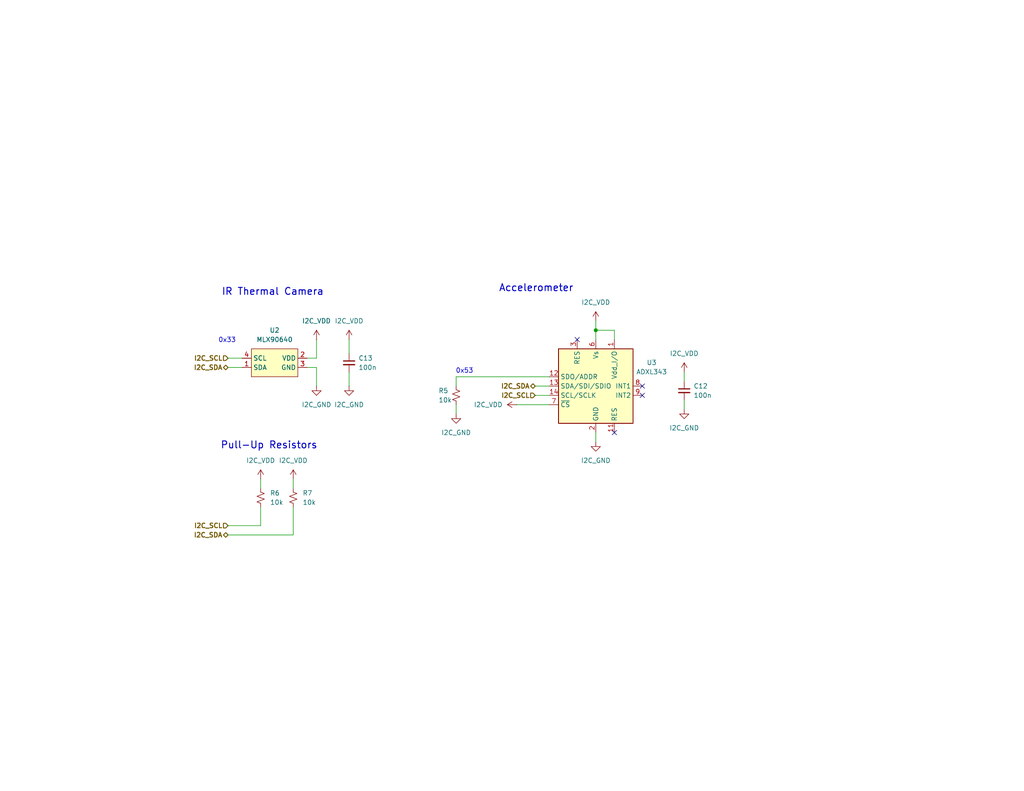
<source format=kicad_sch>
(kicad_sch (version 20250114) (generator "eeschema") (generator_version "9.0")
  (paper "USLetter")
  (title_block (title "Sensors") (rev "1.0"))
  (lib_symbols
    (symbol "Device:C_Small" (pin_numbers (hide yes)) (pin_names (offset 0.254) (hide yes))
      (property "Reference" "C" (at 0.254 1.778 0))
      (property "Value" "C_Small" (at 0.254 -2.032 0))
      (symbol "C_Small_0_1"
        (polyline (pts (xy -1.524 0.508) (xy 1.524 0.508)) (stroke (width 0.3048)))
        (polyline (pts (xy -1.524 -0.508) (xy 1.524 -0.508)) (stroke (width 0.3302)))
      )
      (symbol "C_Small_1_1"
        (pin passive line (at 0 2.54 270) (length 2.032) (name "~") (number "1"))
        (pin passive line (at 0 -2.54 90) (length 2.032) (name "~") (number "2"))
      )
    )
    (symbol "Device:R_Small_US" (pin_numbers (hide yes)) (pin_names (offset 0.254) (hide yes))
      (property "Reference" "R" (at 0.762 0.508 0))
      (property "Value" "R_Small_US" (at 0.762 -1.016 0))
      (symbol "R_Small_US_1_1"
        (polyline (pts (xy 0 1.524) (xy 1.016 1.143) (xy 0 0.762) (xy -1.016 0.381) (xy 0 0)))
        (polyline (pts (xy 0 0) (xy 1.016 -0.381) (xy 0 -0.762) (xy -1.016 -1.143) (xy 0 -1.524)))
        (pin passive line (at 0 2.54 270) (length 1.016) (name "~") (number "1"))
        (pin passive line (at 0 -2.54 90) (length 1.016) (name "~") (number "2"))
      )
    )
    (symbol "Sensor_Motion:ADXL343"
      (property "Reference" "U" (at -8.89 11.43 0))
      (property "Value" "ADXL343" (at -7.62 -11.43 0))
      (symbol "ADXL343_0_1"
        (rectangle (start -10.16 10.16) (end 10.16 -10.16) (stroke (width 0.254)) (fill (type background)))
      )
      (symbol "ADXL343_1_1"
        (pin bidirectional line (at -12.7 2.54 0) (length 2.54) (name "SDO/ADDR") (number "12"))
        (pin bidirectional line (at -12.7 0 0) (length 2.54) (name "SDA/SDI/SDIO") (number "13"))
        (pin input line (at -12.7 -2.54 0) (length 2.54) (name "SCL/SCLK") (number "14"))
        (pin input line (at -12.7 -5.08 0) (length 2.54) (name "~{CS}") (number "7"))
        (pin passive line (at -5.08 12.7 270) (length 2.54) (name "RES") (number "3"))
        (pin no_connect line (at -5.08 -10.16 90) (length 2.54) (hide yes) (name "NC") (number "10"))
        (pin power_in line (at 0 12.7 270) (length 2.54) (name "Vs") (number "6"))
        (pin power_in line (at 0 -12.7 90) (length 2.54) (name "GND") (number "2"))
        (pin passive line (at 0 -12.7 90) (length 2.54) (hide yes) (name "GND") (number "4"))
        (pin passive line (at 0 -12.7 90) (length 2.54) (hide yes) (name "GND") (number "5"))
        (pin power_in line (at 5.08 12.7 270) (length 2.54) (name "Vdd_I/O") (number "1"))
        (pin passive line (at 5.08 -12.7 90) (length 2.54) (name "RES") (number "11"))
        (pin output line (at 12.7 0 180) (length 2.54) (name "INT1") (number "8"))
        (pin output line (at 12.7 -2.54 180) (length 2.54) (name "INT2") (number "9"))
      )
    )
    (symbol "kjp_symlib:I2C_GND" (power) (pin_numbers (hide yes)) (pin_names (offset 0) (hide yes))
      (property "Value" "I2C_GND" (at 0 -3.81 0))
      (symbol "I2C_GND_0_1"
        (polyline (pts (xy 0 0) (xy 0 -1.27) (xy 1.27 -1.27) (xy 0 -2.54) (xy -1.27 -1.27) (xy 0 -1.27)))
      )
      (symbol "I2C_GND_1_1"
        (pin power_in line (at 0 0 270) (length 0) (name "~") (number "1"))
      )
    )
    (symbol "kjp_symlib:I2C_VDD" (power) (pin_numbers (hide yes)) (pin_names (offset 0) (hide yes))
      (property "Value" "I2C_VDD" (at 0 3.556 0))
      (symbol "I2C_VDD_0_1"
        (polyline (pts (xy -0.762 1.27) (xy 0 2.54)))
        (polyline (pts (xy 0 2.54) (xy 0.762 1.27)))
        (polyline (pts (xy 0 0) (xy 0 2.54)))
      )
      (symbol "I2C_VDD_1_1"
        (pin power_in line (at 0 0 90) (length 0) (name "~") (number "1"))
      )
    )
    (symbol "kjp_symlib:MLX90640"
      (property "Reference" "U" (at -5.588 7.112 0))
      (property "Value" "MLX90640" (at -1.524 5.08 0))
      (symbol "MLX90640_1_1"
        (rectangle (start -6.35 3.81) (end 6.35 -3.81) (fill (type background)))
        (pin input line (at -8.89 1.27 0) (length 2.54) (name "SCL") (number "4"))
        (pin bidirectional line (at -8.89 -1.27 0) (length 2.54) (name "SDA") (number "1"))
        (pin power_in line (at 8.89 1.27 180) (length 2.54) (name "VDD") (number "2"))
        (pin power_in line (at 8.89 -1.27 180) (length 2.54) (name "GND") (number "3"))
      )
    )
  )
  (text "0x53" (at 126.746 101.346 0) (effects (font (size 1.27 1.27) (thickness 0.1588))))
  (text "IR Thermal Camera" (at 74.422 79.756 0) (effects (font (size 1.905 1.905) (thickness 0.254) (bold yes))))
  (text "Accelerometer" (at 146.304 78.74 0) (effects (font (size 1.905 1.905) (thickness 0.254) (bold yes))))
  (text "0x33" (at 61.976 92.964 0) (effects (font (size 1.27 1.27) (thickness 0.1588))))
  (text "Pull-Up Resistors" (at 73.406 121.666 0) (effects (font (size 1.905 1.905) (thickness 0.254) (bold yes))))
  (junction (at 162.56 90.17))
  (no_connect (at 175.26 105.41))
  (no_connect (at 167.64 118.11))
  (no_connect (at 175.26 107.95))
  (no_connect (at 157.48 92.71))
  (wire (pts (xy 146.05 105.41) (xy 149.86 105.41)))
  (wire (pts (xy 80.01 130.81) (xy 80.01 133.35)))
  (wire (pts (xy 62.23 97.79) (xy 66.04 97.79)))
  (wire (pts (xy 86.36 92.71) (xy 86.36 97.79)))
  (wire (pts (xy 62.23 100.33) (xy 66.04 100.33)))
  (wire (pts (xy 71.12 138.43) (xy 71.12 143.51)))
  (wire (pts (xy 162.56 87.63) (xy 162.56 90.17)))
  (wire (pts (xy 80.01 138.43) (xy 80.01 146.05)))
  (wire (pts (xy 140.97 110.49) (xy 149.86 110.49)))
  (wire (pts (xy 95.25 92.71) (xy 95.25 96.52)))
  (wire (pts (xy 124.46 110.49) (xy 124.46 113.03)))
  (wire (pts (xy 86.36 100.33) (xy 83.82 100.33)))
  (wire (pts (xy 186.69 101.6) (xy 186.69 104.14)))
  (wire (pts (xy 86.36 105.41) (xy 86.36 100.33)))
  (wire (pts (xy 124.46 105.41) (xy 124.46 102.87)))
  (wire (pts (xy 186.69 109.22) (xy 186.69 111.76)))
  (wire (pts (xy 62.23 146.05) (xy 80.01 146.05)))
  (wire (pts (xy 62.23 143.51) (xy 71.12 143.51)))
  (wire (pts (xy 162.56 90.17) (xy 167.64 90.17)))
  (wire (pts (xy 162.56 118.11) (xy 162.56 120.65)))
  (wire (pts (xy 95.25 101.6) (xy 95.25 105.41)))
  (wire (pts (xy 124.46 102.87) (xy 149.86 102.87)))
  (wire (pts (xy 71.12 130.81) (xy 71.12 133.35)))
  (wire (pts (xy 162.56 90.17) (xy 162.56 92.71)))
  (wire (pts (xy 146.05 107.95) (xy 149.86 107.95)))
  (wire (pts (xy 86.36 97.79) (xy 83.82 97.79)))
  (wire (pts (xy 167.64 90.17) (xy 167.64 92.71)))
  (hierarchical_label "I2C_SDA" (shape bidirectional) (at 62.23 146.05 180) (effects (font (thickness 0.254) (bold yes))))
  (hierarchical_label "I2C_SCL" (shape input) (at 146.05 107.95 180) (effects (font (thickness 0.254) (bold yes))))
  (hierarchical_label "I2C_SCL" (shape input) (at 62.23 143.51 180) (effects (font (thickness 0.254) (bold yes))))
  (hierarchical_label "I2C_SDA" (shape bidirectional) (at 146.05 105.41 180) (effects (font (thickness 0.254) (bold yes))))
  (hierarchical_label "I2C_SCL" (shape input) (at 62.23 97.79 180) (effects (font (thickness 0.254) (bold yes))))
  (hierarchical_label "I2C_SDA" (shape bidirectional) (at 62.23 100.33 180) (effects (font (thickness 0.254) (bold yes))))
  (symbol (lib_id "Device:R_Small_US") (at 124.46 107.95 180) (unit 1)
    (property "Reference" "R5" (at 119.634 106.68 0) (effects (justify right)))
    (property "Value" "10k" (at 119.634 109.22 0) (effects (justify right)))
    (property "Footprint" "Resistor_SMD:R_0402_1005Metric" (effects (hide yes)))
    (property "Description" "Resistor, small US symbol" (effects (hide yes)))
  )
  (symbol (lib_id "kjp_symlib:I2C_VDD") (at 71.12 130.81 0) (unit 1)
    (property "Reference" "#PWR059" (effects (hide yes)))
    (property "Value" "I2C_VDD" (at 71.12 125.73 0))
    (property "Description" "Power symbol creates a global label with name \"I2C_VDD\"" (effects (hide yes)))
  )
  (symbol (lib_id "kjp_symlib:I2C_GND") (at 86.36 105.41 0) (unit 1)
    (property "Reference" "#PWR018" (effects (hide yes)))
    (property "Value" "I2C_GND" (at 86.36 110.49 0))
    (property "Description" "Power symbol creates a global label with name \"I2C_GND\" , ground" (effects (hide yes)))
  )
  (symbol (lib_id "Device:C_Small") (at 186.69 106.68 0) (unit 1)
    (property "Reference" "C12" (at 189.23 105.4162 0) (effects (justify left)))
    (property "Value" "100n" (at 189.23 107.9562 0) (effects (justify left)))
    (property "Footprint" "Capacitor_SMD:C_0402_1005Metric" (effects (hide yes)))
    (property "Description" "Unpolarized capacitor, small symbol" (effects (hide yes)))
  )
  (symbol (lib_id "Device:R_Small_US") (at 71.12 135.89 0) (unit 1)
    (property "Reference" "R6" (at 73.66 134.6199 0) (effects (justify left)))
    (property "Value" "10k" (at 73.66 137.1599 0) (effects (justify left)))
    (property "Footprint" "Resistor_SMD:R_0402_1005Metric" (effects (hide yes)))
    (property "Description" "Resistor, small US symbol" (effects (hide yes)))
  )
  (symbol (lib_id "kjp_symlib:I2C_VDD") (at 95.25 92.71 0) (unit 1)
    (property "Reference" "#PWR055" (effects (hide yes)))
    (property "Value" "I2C_VDD" (at 95.25 87.63 0))
    (property "Description" "Power symbol creates a global label with name \"I2C_VDD\"" (effects (hide yes)))
  )
  (symbol (lib_id "kjp_symlib:I2C_VDD") (at 86.36 92.71 0) (unit 1)
    (property "Reference" "#PWR054" (effects (hide yes)))
    (property "Value" "I2C_VDD" (at 86.36 87.63 0))
    (property "Description" "Power symbol creates a global label with name \"I2C_VDD\"" (effects (hide yes)))
  )
  (symbol (lib_id "kjp_symlib:I2C_GND") (at 186.69 111.76 0) (unit 1)
    (property "Reference" "#PWR020" (effects (hide yes)))
    (property "Value" "I2C_GND" (at 186.69 116.84 0))
    (property "Description" "Power symbol creates a global label with name \"I2C_GND\" , ground" (effects (hide yes)))
  )
  (symbol (lib_id "kjp_symlib:I2C_GND") (at 162.56 120.65 0) (unit 1)
    (property "Reference" "#PWR022" (effects (hide yes)))
    (property "Value" "I2C_GND" (at 162.56 125.73 0))
    (property "Description" "Power symbol creates a global label with name \"I2C_GND\" , ground" (effects (hide yes)))
  )
  (symbol (lib_id "kjp_symlib:I2C_GND") (at 95.25 105.41 0) (unit 1)
    (property "Reference" "#PWR019" (effects (hide yes)))
    (property "Value" "I2C_GND" (at 95.25 110.49 0))
    (property "Description" "Power symbol creates a global label with name \"I2C_GND\" , ground" (effects (hide yes)))
  )
  (symbol (lib_id "kjp_symlib:I2C_VDD") (at 186.69 101.6 0) (unit 1)
    (property "Reference" "#PWR057" (effects (hide yes)))
    (property "Value" "I2C_VDD" (at 186.69 96.52 0))
    (property "Description" "Power symbol creates a global label with name \"I2C_VDD\"" (effects (hide yes)))
  )
  (symbol (lib_id "kjp_symlib:MLX90640") (at 74.93 99.06 0) (unit 1)
    (property "Reference" "U2" (at 74.93 90.17 0))
    (property "Value" "MLX90640" (at 74.93 92.71 0))
    (property "Footprint" "kjp_fplib:MLX90640" (effects (hide yes)))
  )
  (symbol (lib_id "Sensor_Motion:ADXL343") (at 162.56 105.41 0) (unit 1)
    (property "Reference" "U3" (at 177.8 98.9898 0))
    (property "Value" "ADXL343" (at 177.8 101.5298 0))
    (property "Footprint" "Package_LGA:LGA-14_3x5mm_P0.8mm_LayoutBorder1x6y" (effects (hide yes)))
    (property "Datasheet" "https://www.analog.com/media/en/technical-documentation/data-sheets/ADXL343.pdf" (effects (hide yes)))
    (property "Description" "3-Axis MEMS Accelerometer, 2/4/8/16g range, I2C/SPI, LGA-14" (effects (hide yes)))
  )
  (symbol (lib_id "kjp_symlib:I2C_GND") (at 124.46 113.03 0) (unit 1)
    (property "Reference" "#PWR021" (effects (hide yes)))
    (property "Value" "I2C_GND" (at 124.46 118.11 0))
    (property "Description" "Power symbol creates a global label with name \"I2C_GND\" , ground" (effects (hide yes)))
  )
  (symbol (lib_id "Device:C_Small") (at 95.25 99.06 0) (unit 1)
    (property "Reference" "C13" (at 97.79 97.7962 0) (effects (justify left)))
    (property "Value" "100n" (at 97.79 100.3362 0) (effects (justify left)))
    (property "Footprint" "Capacitor_SMD:C_0402_1005Metric" (effects (hide yes)))
    (property "Description" "Unpolarized capacitor, small symbol" (effects (hide yes)))
  )
  (symbol (lib_id "kjp_symlib:I2C_VDD") (at 140.97 110.49 90) (unit 1)
    (property "Reference" "#PWR058" (effects (hide yes)))
    (property "Value" "I2C_VDD" (at 137.16 110.4899 90) (effects (justify left)))
    (property "Description" "Power symbol creates a global label with name \"I2C_VDD\"" (effects (hide yes)))
  )
  (symbol (lib_id "kjp_symlib:I2C_VDD") (at 162.56 87.63 0) (unit 1)
    (property "Reference" "#PWR056" (effects (hide yes)))
    (property "Value" "I2C_VDD" (at 162.56 82.55 0))
    (property "Description" "Power symbol creates a global label with name \"I2C_VDD\"" (effects (hide yes)))
  )
  (symbol (lib_id "Device:R_Small_US") (at 80.01 135.89 0) (unit 1)
    (property "Reference" "R7" (at 82.55 134.6199 0) (effects (justify left)))
    (property "Value" "10k" (at 82.55 137.1599 0) (effects (justify left)))
    (property "Footprint" "Resistor_SMD:R_0402_1005Metric" (effects (hide yes)))
    (property "Description" "Resistor, small US symbol" (effects (hide yes)))
  )
  (symbol (lib_id "kjp_symlib:I2C_VDD") (at 80.01 130.81 0) (unit 1)
    (property "Reference" "#PWR060" (effects (hide yes)))
    (property "Value" "I2C_VDD" (at 80.01 125.73 0))
    (property "Description" "Power symbol creates a global label with name \"I2C_VDD\"" (effects (hide yes)))
  )
)
</source>
